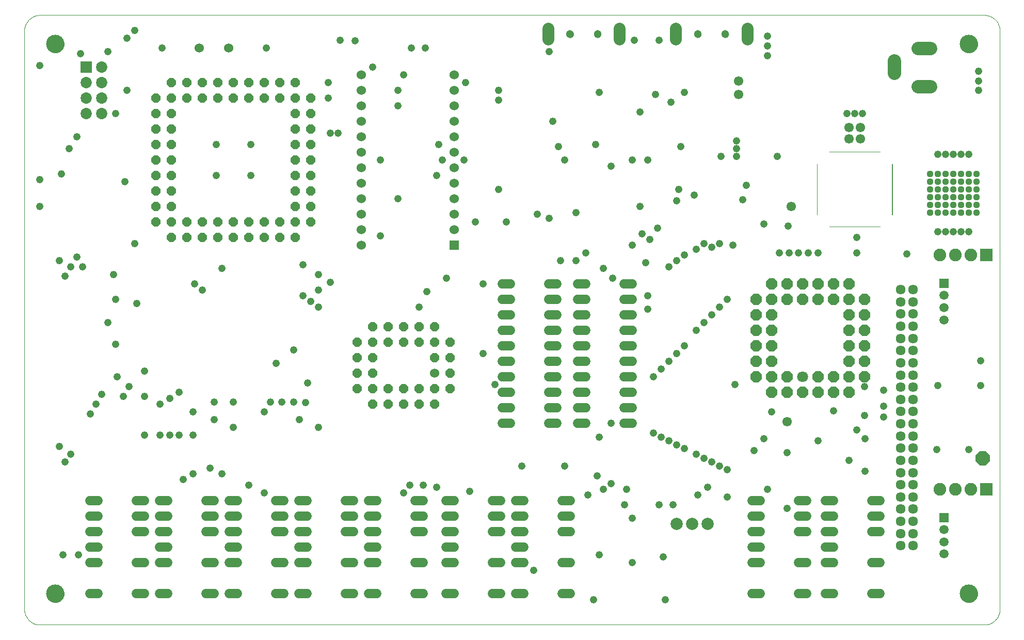
<source format=gbs>
G75*
%MOIN*%
%OFA0B0*%
%FSLAX24Y24*%
%IPPOS*%
%LPD*%
%AMOC8*
5,1,8,0,0,1.08239X$1,22.5*
%
%ADD10C,0.0000*%
%ADD11C,0.1182*%
%ADD12OC8,0.0600*%
%ADD13C,0.0600*%
%ADD14R,0.0600X0.0600*%
%ADD15C,0.0600*%
%ADD16C,0.0880*%
%ADD17R,0.0595X0.0595*%
%ADD18C,0.0595*%
%ADD19C,0.0789*%
%ADD20C,0.0710*%
%ADD21OC8,0.0710*%
%ADD22C,0.0780*%
%ADD23C,0.0513*%
%ADD24C,0.0395*%
%ADD25R,0.0820X0.0820*%
%ADD26C,0.0820*%
%ADD27C,0.0634*%
%ADD28OC8,0.0930*%
%ADD29C,0.0080*%
%ADD30R,0.0730X0.0730*%
%ADD31C,0.0730*%
%ADD32C,0.0476*%
%ADD33C,0.0437*%
%ADD34C,0.0611*%
D10*
X000350Y001350D02*
X000350Y038720D01*
X000352Y038780D01*
X000357Y038841D01*
X000366Y038900D01*
X000379Y038959D01*
X000395Y039018D01*
X000415Y039075D01*
X000438Y039130D01*
X000465Y039185D01*
X000494Y039237D01*
X000527Y039288D01*
X000563Y039337D01*
X000601Y039383D01*
X000643Y039427D01*
X000687Y039469D01*
X000733Y039507D01*
X000782Y039543D01*
X000833Y039576D01*
X000885Y039605D01*
X000940Y039632D01*
X000995Y039655D01*
X001052Y039675D01*
X001111Y039691D01*
X001170Y039704D01*
X001229Y039713D01*
X001290Y039718D01*
X001350Y039720D01*
X062342Y039720D01*
X062402Y039718D01*
X062463Y039713D01*
X062522Y039704D01*
X062581Y039691D01*
X062640Y039675D01*
X062697Y039655D01*
X062752Y039632D01*
X062807Y039605D01*
X062859Y039576D01*
X062910Y039543D01*
X062959Y039507D01*
X063005Y039469D01*
X063049Y039427D01*
X063091Y039383D01*
X063129Y039337D01*
X063165Y039288D01*
X063198Y039237D01*
X063227Y039185D01*
X063254Y039130D01*
X063277Y039075D01*
X063297Y039018D01*
X063313Y038959D01*
X063326Y038900D01*
X063335Y038841D01*
X063340Y038780D01*
X063342Y038720D01*
X063342Y001350D01*
X063340Y001290D01*
X063335Y001229D01*
X063326Y001170D01*
X063313Y001111D01*
X063297Y001052D01*
X063277Y000995D01*
X063254Y000940D01*
X063227Y000885D01*
X063198Y000833D01*
X063165Y000782D01*
X063129Y000733D01*
X063091Y000687D01*
X063049Y000643D01*
X063005Y000601D01*
X062959Y000563D01*
X062910Y000527D01*
X062859Y000494D01*
X062807Y000465D01*
X062752Y000438D01*
X062697Y000415D01*
X062640Y000395D01*
X062581Y000379D01*
X062522Y000366D01*
X062463Y000357D01*
X062402Y000352D01*
X062342Y000350D01*
X001350Y000350D01*
X001290Y000352D01*
X001229Y000357D01*
X001170Y000366D01*
X001111Y000379D01*
X001052Y000395D01*
X000995Y000415D01*
X000940Y000438D01*
X000885Y000465D01*
X000833Y000494D01*
X000782Y000527D01*
X000733Y000563D01*
X000687Y000601D01*
X000643Y000643D01*
X000601Y000687D01*
X000563Y000733D01*
X000527Y000782D01*
X000494Y000833D01*
X000465Y000885D01*
X000438Y000940D01*
X000415Y000995D01*
X000395Y001052D01*
X000379Y001111D01*
X000366Y001170D01*
X000357Y001229D01*
X000352Y001290D01*
X000350Y001350D01*
X001799Y002350D02*
X001801Y002397D01*
X001807Y002443D01*
X001817Y002489D01*
X001830Y002534D01*
X001848Y002577D01*
X001869Y002619D01*
X001893Y002659D01*
X001921Y002696D01*
X001952Y002731D01*
X001986Y002764D01*
X002022Y002793D01*
X002061Y002819D01*
X002102Y002842D01*
X002145Y002861D01*
X002189Y002877D01*
X002234Y002889D01*
X002280Y002897D01*
X002327Y002901D01*
X002373Y002901D01*
X002420Y002897D01*
X002466Y002889D01*
X002511Y002877D01*
X002555Y002861D01*
X002598Y002842D01*
X002639Y002819D01*
X002678Y002793D01*
X002714Y002764D01*
X002748Y002731D01*
X002779Y002696D01*
X002807Y002659D01*
X002831Y002619D01*
X002852Y002577D01*
X002870Y002534D01*
X002883Y002489D01*
X002893Y002443D01*
X002899Y002397D01*
X002901Y002350D01*
X002899Y002303D01*
X002893Y002257D01*
X002883Y002211D01*
X002870Y002166D01*
X002852Y002123D01*
X002831Y002081D01*
X002807Y002041D01*
X002779Y002004D01*
X002748Y001969D01*
X002714Y001936D01*
X002678Y001907D01*
X002639Y001881D01*
X002598Y001858D01*
X002555Y001839D01*
X002511Y001823D01*
X002466Y001811D01*
X002420Y001803D01*
X002373Y001799D01*
X002327Y001799D01*
X002280Y001803D01*
X002234Y001811D01*
X002189Y001823D01*
X002145Y001839D01*
X002102Y001858D01*
X002061Y001881D01*
X002022Y001907D01*
X001986Y001936D01*
X001952Y001969D01*
X001921Y002004D01*
X001893Y002041D01*
X001869Y002081D01*
X001848Y002123D01*
X001830Y002166D01*
X001817Y002211D01*
X001807Y002257D01*
X001801Y002303D01*
X001799Y002350D01*
X001799Y037850D02*
X001801Y037897D01*
X001807Y037943D01*
X001817Y037989D01*
X001830Y038034D01*
X001848Y038077D01*
X001869Y038119D01*
X001893Y038159D01*
X001921Y038196D01*
X001952Y038231D01*
X001986Y038264D01*
X002022Y038293D01*
X002061Y038319D01*
X002102Y038342D01*
X002145Y038361D01*
X002189Y038377D01*
X002234Y038389D01*
X002280Y038397D01*
X002327Y038401D01*
X002373Y038401D01*
X002420Y038397D01*
X002466Y038389D01*
X002511Y038377D01*
X002555Y038361D01*
X002598Y038342D01*
X002639Y038319D01*
X002678Y038293D01*
X002714Y038264D01*
X002748Y038231D01*
X002779Y038196D01*
X002807Y038159D01*
X002831Y038119D01*
X002852Y038077D01*
X002870Y038034D01*
X002883Y037989D01*
X002893Y037943D01*
X002899Y037897D01*
X002901Y037850D01*
X002899Y037803D01*
X002893Y037757D01*
X002883Y037711D01*
X002870Y037666D01*
X002852Y037623D01*
X002831Y037581D01*
X002807Y037541D01*
X002779Y037504D01*
X002748Y037469D01*
X002714Y037436D01*
X002678Y037407D01*
X002639Y037381D01*
X002598Y037358D01*
X002555Y037339D01*
X002511Y037323D01*
X002466Y037311D01*
X002420Y037303D01*
X002373Y037299D01*
X002327Y037299D01*
X002280Y037303D01*
X002234Y037311D01*
X002189Y037323D01*
X002145Y037339D01*
X002102Y037358D01*
X002061Y037381D01*
X002022Y037407D01*
X001986Y037436D01*
X001952Y037469D01*
X001921Y037504D01*
X001893Y037541D01*
X001869Y037581D01*
X001848Y037623D01*
X001830Y037666D01*
X001817Y037711D01*
X001807Y037757D01*
X001801Y037803D01*
X001799Y037850D01*
X034015Y038209D02*
X034017Y038234D01*
X034023Y038258D01*
X034032Y038280D01*
X034045Y038301D01*
X034061Y038320D01*
X034080Y038336D01*
X034101Y038349D01*
X034123Y038358D01*
X034147Y038364D01*
X034172Y038366D01*
X034197Y038364D01*
X034221Y038358D01*
X034243Y038349D01*
X034264Y038336D01*
X034283Y038320D01*
X034299Y038301D01*
X034312Y038280D01*
X034321Y038258D01*
X034327Y038234D01*
X034329Y038209D01*
X034327Y038184D01*
X034321Y038160D01*
X034312Y038138D01*
X034299Y038117D01*
X034283Y038098D01*
X034264Y038082D01*
X034243Y038069D01*
X034221Y038060D01*
X034197Y038054D01*
X034172Y038052D01*
X034147Y038054D01*
X034123Y038060D01*
X034101Y038069D01*
X034080Y038082D01*
X034061Y038098D01*
X034045Y038117D01*
X034032Y038138D01*
X034023Y038160D01*
X034017Y038184D01*
X034015Y038209D01*
X034015Y038367D02*
X034017Y038392D01*
X034023Y038416D01*
X034032Y038438D01*
X034045Y038459D01*
X034061Y038478D01*
X034080Y038494D01*
X034101Y038507D01*
X034123Y038516D01*
X034147Y038522D01*
X034172Y038524D01*
X034197Y038522D01*
X034221Y038516D01*
X034243Y038507D01*
X034264Y038494D01*
X034283Y038478D01*
X034299Y038459D01*
X034312Y038438D01*
X034321Y038416D01*
X034327Y038392D01*
X034329Y038367D01*
X034327Y038342D01*
X034321Y038318D01*
X034312Y038296D01*
X034299Y038275D01*
X034283Y038256D01*
X034264Y038240D01*
X034243Y038227D01*
X034221Y038218D01*
X034197Y038212D01*
X034172Y038210D01*
X034147Y038212D01*
X034123Y038218D01*
X034101Y038227D01*
X034080Y038240D01*
X034061Y038256D01*
X034045Y038275D01*
X034032Y038296D01*
X034023Y038318D01*
X034017Y038342D01*
X034015Y038367D01*
X034015Y038682D02*
X034017Y038707D01*
X034023Y038731D01*
X034032Y038753D01*
X034045Y038774D01*
X034061Y038793D01*
X034080Y038809D01*
X034101Y038822D01*
X034123Y038831D01*
X034147Y038837D01*
X034172Y038839D01*
X034197Y038837D01*
X034221Y038831D01*
X034243Y038822D01*
X034264Y038809D01*
X034283Y038793D01*
X034299Y038774D01*
X034312Y038753D01*
X034321Y038731D01*
X034327Y038707D01*
X034329Y038682D01*
X034327Y038657D01*
X034321Y038633D01*
X034312Y038611D01*
X034299Y038590D01*
X034283Y038571D01*
X034264Y038555D01*
X034243Y038542D01*
X034221Y038533D01*
X034197Y038527D01*
X034172Y038525D01*
X034147Y038527D01*
X034123Y038533D01*
X034101Y038542D01*
X034080Y038555D01*
X034061Y038571D01*
X034045Y038590D01*
X034032Y038611D01*
X034023Y038633D01*
X034017Y038657D01*
X034015Y038682D01*
X034015Y038839D02*
X034017Y038864D01*
X034023Y038888D01*
X034032Y038910D01*
X034045Y038931D01*
X034061Y038950D01*
X034080Y038966D01*
X034101Y038979D01*
X034123Y038988D01*
X034147Y038994D01*
X034172Y038996D01*
X034197Y038994D01*
X034221Y038988D01*
X034243Y038979D01*
X034264Y038966D01*
X034283Y038950D01*
X034299Y038931D01*
X034312Y038910D01*
X034321Y038888D01*
X034327Y038864D01*
X034329Y038839D01*
X034327Y038814D01*
X034321Y038790D01*
X034312Y038768D01*
X034299Y038747D01*
X034283Y038728D01*
X034264Y038712D01*
X034243Y038699D01*
X034221Y038690D01*
X034197Y038684D01*
X034172Y038682D01*
X034147Y038684D01*
X034123Y038690D01*
X034101Y038699D01*
X034080Y038712D01*
X034061Y038728D01*
X034045Y038747D01*
X034032Y038768D01*
X034023Y038790D01*
X034017Y038814D01*
X034015Y038839D01*
X035372Y038497D02*
X035374Y038526D01*
X035380Y038554D01*
X035389Y038582D01*
X035402Y038608D01*
X035419Y038631D01*
X035438Y038653D01*
X035460Y038672D01*
X035485Y038687D01*
X035511Y038700D01*
X035539Y038708D01*
X035567Y038713D01*
X035596Y038714D01*
X035625Y038711D01*
X035653Y038704D01*
X035680Y038694D01*
X035706Y038680D01*
X035729Y038663D01*
X035750Y038643D01*
X035768Y038620D01*
X035783Y038595D01*
X035794Y038568D01*
X035802Y038540D01*
X035806Y038511D01*
X035806Y038483D01*
X035802Y038454D01*
X035794Y038426D01*
X035783Y038399D01*
X035768Y038374D01*
X035750Y038351D01*
X035729Y038331D01*
X035706Y038314D01*
X035680Y038300D01*
X035653Y038290D01*
X035625Y038283D01*
X035596Y038280D01*
X035567Y038281D01*
X035539Y038286D01*
X035511Y038294D01*
X035485Y038307D01*
X035460Y038322D01*
X035438Y038341D01*
X035419Y038363D01*
X035402Y038386D01*
X035389Y038412D01*
X035380Y038440D01*
X035374Y038468D01*
X035372Y038497D01*
X037144Y038497D02*
X037146Y038526D01*
X037152Y038554D01*
X037161Y038582D01*
X037174Y038608D01*
X037191Y038631D01*
X037210Y038653D01*
X037232Y038672D01*
X037257Y038687D01*
X037283Y038700D01*
X037311Y038708D01*
X037339Y038713D01*
X037368Y038714D01*
X037397Y038711D01*
X037425Y038704D01*
X037452Y038694D01*
X037478Y038680D01*
X037501Y038663D01*
X037522Y038643D01*
X037540Y038620D01*
X037555Y038595D01*
X037566Y038568D01*
X037574Y038540D01*
X037578Y038511D01*
X037578Y038483D01*
X037574Y038454D01*
X037566Y038426D01*
X037555Y038399D01*
X037540Y038374D01*
X037522Y038351D01*
X037501Y038331D01*
X037478Y038314D01*
X037452Y038300D01*
X037425Y038290D01*
X037397Y038283D01*
X037368Y038280D01*
X037339Y038281D01*
X037311Y038286D01*
X037283Y038294D01*
X037257Y038307D01*
X037232Y038322D01*
X037210Y038341D01*
X037191Y038363D01*
X037174Y038386D01*
X037161Y038412D01*
X037152Y038440D01*
X037146Y038468D01*
X037144Y038497D01*
X038621Y038367D02*
X038623Y038392D01*
X038629Y038416D01*
X038638Y038438D01*
X038651Y038459D01*
X038667Y038478D01*
X038686Y038494D01*
X038707Y038507D01*
X038729Y038516D01*
X038753Y038522D01*
X038778Y038524D01*
X038803Y038522D01*
X038827Y038516D01*
X038849Y038507D01*
X038870Y038494D01*
X038889Y038478D01*
X038905Y038459D01*
X038918Y038438D01*
X038927Y038416D01*
X038933Y038392D01*
X038935Y038367D01*
X038933Y038342D01*
X038927Y038318D01*
X038918Y038296D01*
X038905Y038275D01*
X038889Y038256D01*
X038870Y038240D01*
X038849Y038227D01*
X038827Y038218D01*
X038803Y038212D01*
X038778Y038210D01*
X038753Y038212D01*
X038729Y038218D01*
X038707Y038227D01*
X038686Y038240D01*
X038667Y038256D01*
X038651Y038275D01*
X038638Y038296D01*
X038629Y038318D01*
X038623Y038342D01*
X038621Y038367D01*
X038621Y038209D02*
X038623Y038234D01*
X038629Y038258D01*
X038638Y038280D01*
X038651Y038301D01*
X038667Y038320D01*
X038686Y038336D01*
X038707Y038349D01*
X038729Y038358D01*
X038753Y038364D01*
X038778Y038366D01*
X038803Y038364D01*
X038827Y038358D01*
X038849Y038349D01*
X038870Y038336D01*
X038889Y038320D01*
X038905Y038301D01*
X038918Y038280D01*
X038927Y038258D01*
X038933Y038234D01*
X038935Y038209D01*
X038933Y038184D01*
X038927Y038160D01*
X038918Y038138D01*
X038905Y038117D01*
X038889Y038098D01*
X038870Y038082D01*
X038849Y038069D01*
X038827Y038060D01*
X038803Y038054D01*
X038778Y038052D01*
X038753Y038054D01*
X038729Y038060D01*
X038707Y038069D01*
X038686Y038082D01*
X038667Y038098D01*
X038651Y038117D01*
X038638Y038138D01*
X038629Y038160D01*
X038623Y038184D01*
X038621Y038209D01*
X038621Y038682D02*
X038623Y038707D01*
X038629Y038731D01*
X038638Y038753D01*
X038651Y038774D01*
X038667Y038793D01*
X038686Y038809D01*
X038707Y038822D01*
X038729Y038831D01*
X038753Y038837D01*
X038778Y038839D01*
X038803Y038837D01*
X038827Y038831D01*
X038849Y038822D01*
X038870Y038809D01*
X038889Y038793D01*
X038905Y038774D01*
X038918Y038753D01*
X038927Y038731D01*
X038933Y038707D01*
X038935Y038682D01*
X038933Y038657D01*
X038927Y038633D01*
X038918Y038611D01*
X038905Y038590D01*
X038889Y038571D01*
X038870Y038555D01*
X038849Y038542D01*
X038827Y038533D01*
X038803Y038527D01*
X038778Y038525D01*
X038753Y038527D01*
X038729Y038533D01*
X038707Y038542D01*
X038686Y038555D01*
X038667Y038571D01*
X038651Y038590D01*
X038638Y038611D01*
X038629Y038633D01*
X038623Y038657D01*
X038621Y038682D01*
X038621Y038839D02*
X038623Y038864D01*
X038629Y038888D01*
X038638Y038910D01*
X038651Y038931D01*
X038667Y038950D01*
X038686Y038966D01*
X038707Y038979D01*
X038729Y038988D01*
X038753Y038994D01*
X038778Y038996D01*
X038803Y038994D01*
X038827Y038988D01*
X038849Y038979D01*
X038870Y038966D01*
X038889Y038950D01*
X038905Y038931D01*
X038918Y038910D01*
X038927Y038888D01*
X038933Y038864D01*
X038935Y038839D01*
X038933Y038814D01*
X038927Y038790D01*
X038918Y038768D01*
X038905Y038747D01*
X038889Y038728D01*
X038870Y038712D01*
X038849Y038699D01*
X038827Y038690D01*
X038803Y038684D01*
X038778Y038682D01*
X038753Y038684D01*
X038729Y038690D01*
X038707Y038699D01*
X038686Y038712D01*
X038667Y038728D01*
X038651Y038747D01*
X038638Y038768D01*
X038629Y038790D01*
X038623Y038814D01*
X038621Y038839D01*
X042265Y038839D02*
X042267Y038864D01*
X042273Y038888D01*
X042282Y038910D01*
X042295Y038931D01*
X042311Y038950D01*
X042330Y038966D01*
X042351Y038979D01*
X042373Y038988D01*
X042397Y038994D01*
X042422Y038996D01*
X042447Y038994D01*
X042471Y038988D01*
X042493Y038979D01*
X042514Y038966D01*
X042533Y038950D01*
X042549Y038931D01*
X042562Y038910D01*
X042571Y038888D01*
X042577Y038864D01*
X042579Y038839D01*
X042577Y038814D01*
X042571Y038790D01*
X042562Y038768D01*
X042549Y038747D01*
X042533Y038728D01*
X042514Y038712D01*
X042493Y038699D01*
X042471Y038690D01*
X042447Y038684D01*
X042422Y038682D01*
X042397Y038684D01*
X042373Y038690D01*
X042351Y038699D01*
X042330Y038712D01*
X042311Y038728D01*
X042295Y038747D01*
X042282Y038768D01*
X042273Y038790D01*
X042267Y038814D01*
X042265Y038839D01*
X042265Y038682D02*
X042267Y038707D01*
X042273Y038731D01*
X042282Y038753D01*
X042295Y038774D01*
X042311Y038793D01*
X042330Y038809D01*
X042351Y038822D01*
X042373Y038831D01*
X042397Y038837D01*
X042422Y038839D01*
X042447Y038837D01*
X042471Y038831D01*
X042493Y038822D01*
X042514Y038809D01*
X042533Y038793D01*
X042549Y038774D01*
X042562Y038753D01*
X042571Y038731D01*
X042577Y038707D01*
X042579Y038682D01*
X042577Y038657D01*
X042571Y038633D01*
X042562Y038611D01*
X042549Y038590D01*
X042533Y038571D01*
X042514Y038555D01*
X042493Y038542D01*
X042471Y038533D01*
X042447Y038527D01*
X042422Y038525D01*
X042397Y038527D01*
X042373Y038533D01*
X042351Y038542D01*
X042330Y038555D01*
X042311Y038571D01*
X042295Y038590D01*
X042282Y038611D01*
X042273Y038633D01*
X042267Y038657D01*
X042265Y038682D01*
X042265Y038367D02*
X042267Y038392D01*
X042273Y038416D01*
X042282Y038438D01*
X042295Y038459D01*
X042311Y038478D01*
X042330Y038494D01*
X042351Y038507D01*
X042373Y038516D01*
X042397Y038522D01*
X042422Y038524D01*
X042447Y038522D01*
X042471Y038516D01*
X042493Y038507D01*
X042514Y038494D01*
X042533Y038478D01*
X042549Y038459D01*
X042562Y038438D01*
X042571Y038416D01*
X042577Y038392D01*
X042579Y038367D01*
X042577Y038342D01*
X042571Y038318D01*
X042562Y038296D01*
X042549Y038275D01*
X042533Y038256D01*
X042514Y038240D01*
X042493Y038227D01*
X042471Y038218D01*
X042447Y038212D01*
X042422Y038210D01*
X042397Y038212D01*
X042373Y038218D01*
X042351Y038227D01*
X042330Y038240D01*
X042311Y038256D01*
X042295Y038275D01*
X042282Y038296D01*
X042273Y038318D01*
X042267Y038342D01*
X042265Y038367D01*
X042265Y038209D02*
X042267Y038234D01*
X042273Y038258D01*
X042282Y038280D01*
X042295Y038301D01*
X042311Y038320D01*
X042330Y038336D01*
X042351Y038349D01*
X042373Y038358D01*
X042397Y038364D01*
X042422Y038366D01*
X042447Y038364D01*
X042471Y038358D01*
X042493Y038349D01*
X042514Y038336D01*
X042533Y038320D01*
X042549Y038301D01*
X042562Y038280D01*
X042571Y038258D01*
X042577Y038234D01*
X042579Y038209D01*
X042577Y038184D01*
X042571Y038160D01*
X042562Y038138D01*
X042549Y038117D01*
X042533Y038098D01*
X042514Y038082D01*
X042493Y038069D01*
X042471Y038060D01*
X042447Y038054D01*
X042422Y038052D01*
X042397Y038054D01*
X042373Y038060D01*
X042351Y038069D01*
X042330Y038082D01*
X042311Y038098D01*
X042295Y038117D01*
X042282Y038138D01*
X042273Y038160D01*
X042267Y038184D01*
X042265Y038209D01*
X043622Y038497D02*
X043624Y038526D01*
X043630Y038554D01*
X043639Y038582D01*
X043652Y038608D01*
X043669Y038631D01*
X043688Y038653D01*
X043710Y038672D01*
X043735Y038687D01*
X043761Y038700D01*
X043789Y038708D01*
X043817Y038713D01*
X043846Y038714D01*
X043875Y038711D01*
X043903Y038704D01*
X043930Y038694D01*
X043956Y038680D01*
X043979Y038663D01*
X044000Y038643D01*
X044018Y038620D01*
X044033Y038595D01*
X044044Y038568D01*
X044052Y038540D01*
X044056Y038511D01*
X044056Y038483D01*
X044052Y038454D01*
X044044Y038426D01*
X044033Y038399D01*
X044018Y038374D01*
X044000Y038351D01*
X043979Y038331D01*
X043956Y038314D01*
X043930Y038300D01*
X043903Y038290D01*
X043875Y038283D01*
X043846Y038280D01*
X043817Y038281D01*
X043789Y038286D01*
X043761Y038294D01*
X043735Y038307D01*
X043710Y038322D01*
X043688Y038341D01*
X043669Y038363D01*
X043652Y038386D01*
X043639Y038412D01*
X043630Y038440D01*
X043624Y038468D01*
X043622Y038497D01*
X045394Y038497D02*
X045396Y038526D01*
X045402Y038554D01*
X045411Y038582D01*
X045424Y038608D01*
X045441Y038631D01*
X045460Y038653D01*
X045482Y038672D01*
X045507Y038687D01*
X045533Y038700D01*
X045561Y038708D01*
X045589Y038713D01*
X045618Y038714D01*
X045647Y038711D01*
X045675Y038704D01*
X045702Y038694D01*
X045728Y038680D01*
X045751Y038663D01*
X045772Y038643D01*
X045790Y038620D01*
X045805Y038595D01*
X045816Y038568D01*
X045824Y038540D01*
X045828Y038511D01*
X045828Y038483D01*
X045824Y038454D01*
X045816Y038426D01*
X045805Y038399D01*
X045790Y038374D01*
X045772Y038351D01*
X045751Y038331D01*
X045728Y038314D01*
X045702Y038300D01*
X045675Y038290D01*
X045647Y038283D01*
X045618Y038280D01*
X045589Y038281D01*
X045561Y038286D01*
X045533Y038294D01*
X045507Y038307D01*
X045482Y038322D01*
X045460Y038341D01*
X045441Y038363D01*
X045424Y038386D01*
X045411Y038412D01*
X045402Y038440D01*
X045396Y038468D01*
X045394Y038497D01*
X046871Y038367D02*
X046873Y038392D01*
X046879Y038416D01*
X046888Y038438D01*
X046901Y038459D01*
X046917Y038478D01*
X046936Y038494D01*
X046957Y038507D01*
X046979Y038516D01*
X047003Y038522D01*
X047028Y038524D01*
X047053Y038522D01*
X047077Y038516D01*
X047099Y038507D01*
X047120Y038494D01*
X047139Y038478D01*
X047155Y038459D01*
X047168Y038438D01*
X047177Y038416D01*
X047183Y038392D01*
X047185Y038367D01*
X047183Y038342D01*
X047177Y038318D01*
X047168Y038296D01*
X047155Y038275D01*
X047139Y038256D01*
X047120Y038240D01*
X047099Y038227D01*
X047077Y038218D01*
X047053Y038212D01*
X047028Y038210D01*
X047003Y038212D01*
X046979Y038218D01*
X046957Y038227D01*
X046936Y038240D01*
X046917Y038256D01*
X046901Y038275D01*
X046888Y038296D01*
X046879Y038318D01*
X046873Y038342D01*
X046871Y038367D01*
X046871Y038209D02*
X046873Y038234D01*
X046879Y038258D01*
X046888Y038280D01*
X046901Y038301D01*
X046917Y038320D01*
X046936Y038336D01*
X046957Y038349D01*
X046979Y038358D01*
X047003Y038364D01*
X047028Y038366D01*
X047053Y038364D01*
X047077Y038358D01*
X047099Y038349D01*
X047120Y038336D01*
X047139Y038320D01*
X047155Y038301D01*
X047168Y038280D01*
X047177Y038258D01*
X047183Y038234D01*
X047185Y038209D01*
X047183Y038184D01*
X047177Y038160D01*
X047168Y038138D01*
X047155Y038117D01*
X047139Y038098D01*
X047120Y038082D01*
X047099Y038069D01*
X047077Y038060D01*
X047053Y038054D01*
X047028Y038052D01*
X047003Y038054D01*
X046979Y038060D01*
X046957Y038069D01*
X046936Y038082D01*
X046917Y038098D01*
X046901Y038117D01*
X046888Y038138D01*
X046879Y038160D01*
X046873Y038184D01*
X046871Y038209D01*
X046871Y038682D02*
X046873Y038707D01*
X046879Y038731D01*
X046888Y038753D01*
X046901Y038774D01*
X046917Y038793D01*
X046936Y038809D01*
X046957Y038822D01*
X046979Y038831D01*
X047003Y038837D01*
X047028Y038839D01*
X047053Y038837D01*
X047077Y038831D01*
X047099Y038822D01*
X047120Y038809D01*
X047139Y038793D01*
X047155Y038774D01*
X047168Y038753D01*
X047177Y038731D01*
X047183Y038707D01*
X047185Y038682D01*
X047183Y038657D01*
X047177Y038633D01*
X047168Y038611D01*
X047155Y038590D01*
X047139Y038571D01*
X047120Y038555D01*
X047099Y038542D01*
X047077Y038533D01*
X047053Y038527D01*
X047028Y038525D01*
X047003Y038527D01*
X046979Y038533D01*
X046957Y038542D01*
X046936Y038555D01*
X046917Y038571D01*
X046901Y038590D01*
X046888Y038611D01*
X046879Y038633D01*
X046873Y038657D01*
X046871Y038682D01*
X046871Y038839D02*
X046873Y038864D01*
X046879Y038888D01*
X046888Y038910D01*
X046901Y038931D01*
X046917Y038950D01*
X046936Y038966D01*
X046957Y038979D01*
X046979Y038988D01*
X047003Y038994D01*
X047028Y038996D01*
X047053Y038994D01*
X047077Y038988D01*
X047099Y038979D01*
X047120Y038966D01*
X047139Y038950D01*
X047155Y038931D01*
X047168Y038910D01*
X047177Y038888D01*
X047183Y038864D01*
X047185Y038839D01*
X047183Y038814D01*
X047177Y038790D01*
X047168Y038768D01*
X047155Y038747D01*
X047139Y038728D01*
X047120Y038712D01*
X047099Y038699D01*
X047077Y038690D01*
X047053Y038684D01*
X047028Y038682D01*
X047003Y038684D01*
X046979Y038690D01*
X046957Y038699D01*
X046936Y038712D01*
X046917Y038728D01*
X046901Y038747D01*
X046888Y038768D01*
X046879Y038790D01*
X046873Y038814D01*
X046871Y038839D01*
X052341Y030896D02*
X055609Y030896D01*
X051554Y030109D02*
X051554Y026841D01*
X052341Y026054D02*
X055609Y026054D01*
X060799Y037850D02*
X060801Y037897D01*
X060807Y037943D01*
X060817Y037989D01*
X060830Y038034D01*
X060848Y038077D01*
X060869Y038119D01*
X060893Y038159D01*
X060921Y038196D01*
X060952Y038231D01*
X060986Y038264D01*
X061022Y038293D01*
X061061Y038319D01*
X061102Y038342D01*
X061145Y038361D01*
X061189Y038377D01*
X061234Y038389D01*
X061280Y038397D01*
X061327Y038401D01*
X061373Y038401D01*
X061420Y038397D01*
X061466Y038389D01*
X061511Y038377D01*
X061555Y038361D01*
X061598Y038342D01*
X061639Y038319D01*
X061678Y038293D01*
X061714Y038264D01*
X061748Y038231D01*
X061779Y038196D01*
X061807Y038159D01*
X061831Y038119D01*
X061852Y038077D01*
X061870Y038034D01*
X061883Y037989D01*
X061893Y037943D01*
X061899Y037897D01*
X061901Y037850D01*
X061899Y037803D01*
X061893Y037757D01*
X061883Y037711D01*
X061870Y037666D01*
X061852Y037623D01*
X061831Y037581D01*
X061807Y037541D01*
X061779Y037504D01*
X061748Y037469D01*
X061714Y037436D01*
X061678Y037407D01*
X061639Y037381D01*
X061598Y037358D01*
X061555Y037339D01*
X061511Y037323D01*
X061466Y037311D01*
X061420Y037303D01*
X061373Y037299D01*
X061327Y037299D01*
X061280Y037303D01*
X061234Y037311D01*
X061189Y037323D01*
X061145Y037339D01*
X061102Y037358D01*
X061061Y037381D01*
X061022Y037407D01*
X060986Y037436D01*
X060952Y037469D01*
X060921Y037504D01*
X060893Y037541D01*
X060869Y037581D01*
X060848Y037623D01*
X060830Y037666D01*
X060817Y037711D01*
X060807Y037757D01*
X060801Y037803D01*
X060799Y037850D01*
X060799Y002350D02*
X060801Y002397D01*
X060807Y002443D01*
X060817Y002489D01*
X060830Y002534D01*
X060848Y002577D01*
X060869Y002619D01*
X060893Y002659D01*
X060921Y002696D01*
X060952Y002731D01*
X060986Y002764D01*
X061022Y002793D01*
X061061Y002819D01*
X061102Y002842D01*
X061145Y002861D01*
X061189Y002877D01*
X061234Y002889D01*
X061280Y002897D01*
X061327Y002901D01*
X061373Y002901D01*
X061420Y002897D01*
X061466Y002889D01*
X061511Y002877D01*
X061555Y002861D01*
X061598Y002842D01*
X061639Y002819D01*
X061678Y002793D01*
X061714Y002764D01*
X061748Y002731D01*
X061779Y002696D01*
X061807Y002659D01*
X061831Y002619D01*
X061852Y002577D01*
X061870Y002534D01*
X061883Y002489D01*
X061893Y002443D01*
X061899Y002397D01*
X061901Y002350D01*
X061899Y002303D01*
X061893Y002257D01*
X061883Y002211D01*
X061870Y002166D01*
X061852Y002123D01*
X061831Y002081D01*
X061807Y002041D01*
X061779Y002004D01*
X061748Y001969D01*
X061714Y001936D01*
X061678Y001907D01*
X061639Y001881D01*
X061598Y001858D01*
X061555Y001839D01*
X061511Y001823D01*
X061466Y001811D01*
X061420Y001803D01*
X061373Y001799D01*
X061327Y001799D01*
X061280Y001803D01*
X061234Y001811D01*
X061189Y001823D01*
X061145Y001839D01*
X061102Y001858D01*
X061061Y001881D01*
X061022Y001907D01*
X060986Y001936D01*
X060952Y001969D01*
X060921Y002004D01*
X060893Y002041D01*
X060869Y002081D01*
X060848Y002123D01*
X060830Y002166D01*
X060817Y002211D01*
X060807Y002257D01*
X060801Y002303D01*
X060799Y002350D01*
D11*
X061350Y002350D03*
X061350Y037850D03*
X002350Y037850D03*
X002350Y002350D03*
D12*
X021850Y015600D03*
X022850Y015600D03*
X022850Y014600D03*
X023850Y014600D03*
X023850Y015600D03*
X024850Y015600D03*
X025850Y015600D03*
X025850Y014600D03*
X024850Y014600D03*
X026850Y014600D03*
X026850Y015600D03*
X027850Y015600D03*
X027850Y016600D03*
X027850Y017600D03*
X026850Y017600D03*
X026850Y018600D03*
X027850Y018600D03*
X026850Y019600D03*
X025850Y019600D03*
X024850Y019600D03*
X024850Y018600D03*
X025850Y018600D03*
X023850Y018600D03*
X023850Y019600D03*
X022850Y019600D03*
X022850Y018600D03*
X021850Y018600D03*
X021850Y017600D03*
X022850Y017600D03*
X022850Y016600D03*
X021850Y016600D03*
X017850Y025350D03*
X017850Y026350D03*
X018850Y026350D03*
X018850Y027350D03*
X017850Y027350D03*
X016850Y026350D03*
X016850Y025350D03*
X015850Y025350D03*
X014850Y025350D03*
X014850Y026350D03*
X015850Y026350D03*
X013850Y026350D03*
X012850Y026350D03*
X012850Y025350D03*
X013850Y025350D03*
X011850Y025350D03*
X010850Y025350D03*
X010850Y026350D03*
X011850Y026350D03*
X009850Y026350D03*
X009850Y025350D03*
X008850Y026350D03*
X008850Y027350D03*
X009850Y027350D03*
X009850Y028350D03*
X009850Y029350D03*
X009850Y030350D03*
X009850Y031350D03*
X009850Y032350D03*
X008850Y032350D03*
X008850Y031350D03*
X008850Y030350D03*
X008850Y029350D03*
X008850Y028350D03*
X008850Y033350D03*
X008850Y034350D03*
X009850Y034350D03*
X009850Y033350D03*
X010850Y034350D03*
X011850Y034350D03*
X011850Y035350D03*
X010850Y035350D03*
X009850Y035350D03*
X012850Y035350D03*
X013850Y035350D03*
X013850Y034350D03*
X012850Y034350D03*
X014850Y034350D03*
X015850Y034350D03*
X015850Y035350D03*
X014850Y035350D03*
X016850Y035350D03*
X016850Y034350D03*
X017850Y034350D03*
X018850Y034350D03*
X018850Y033350D03*
X017850Y033350D03*
X017850Y032350D03*
X018850Y032350D03*
X018850Y031350D03*
X017850Y031350D03*
X017850Y030350D03*
X018850Y030350D03*
X018850Y029350D03*
X017850Y029350D03*
X017850Y028350D03*
X018850Y028350D03*
X017850Y035350D03*
D13*
X031215Y022350D02*
X031735Y022350D01*
X031735Y021350D02*
X031215Y021350D01*
X031215Y020350D02*
X031735Y020350D01*
X031735Y019350D02*
X031215Y019350D01*
X031215Y018350D02*
X031735Y018350D01*
X031735Y017350D02*
X031215Y017350D01*
X031215Y016350D02*
X031735Y016350D01*
X031735Y015350D02*
X031215Y015350D01*
X031215Y014350D02*
X031735Y014350D01*
X031735Y013350D02*
X031215Y013350D01*
X034215Y013350D02*
X034735Y013350D01*
X034735Y014350D02*
X034215Y014350D01*
X034215Y015350D02*
X034735Y015350D01*
X034735Y016350D02*
X034215Y016350D01*
X034215Y017350D02*
X034735Y017350D01*
X034735Y018350D02*
X034215Y018350D01*
X034215Y019350D02*
X034735Y019350D01*
X034735Y020350D02*
X034215Y020350D01*
X034215Y021350D02*
X034735Y021350D01*
X036090Y021350D02*
X036610Y021350D01*
X036610Y020350D02*
X036090Y020350D01*
X036090Y019350D02*
X036610Y019350D01*
X036610Y018350D02*
X036090Y018350D01*
X036090Y017350D02*
X036610Y017350D01*
X036610Y016350D02*
X036090Y016350D01*
X036090Y015350D02*
X036610Y015350D01*
X036610Y014350D02*
X036090Y014350D01*
X036090Y013350D02*
X036610Y013350D01*
X039090Y013350D02*
X039610Y013350D01*
X039610Y014350D02*
X039090Y014350D01*
X039090Y015350D02*
X039610Y015350D01*
X039610Y016350D02*
X039090Y016350D01*
X039090Y017350D02*
X039610Y017350D01*
X039610Y018350D02*
X039090Y018350D01*
X039090Y019350D02*
X039610Y019350D01*
X039610Y020350D02*
X039090Y020350D01*
X039090Y021350D02*
X039610Y021350D01*
X039610Y022350D02*
X039090Y022350D01*
X036610Y022350D02*
X036090Y022350D01*
X034735Y022350D02*
X034215Y022350D01*
X035090Y008350D02*
X035610Y008350D01*
X035610Y007350D02*
X035090Y007350D01*
X035090Y006350D02*
X035610Y006350D01*
X035610Y004350D02*
X035090Y004350D01*
X035090Y002350D02*
X035610Y002350D01*
X032610Y002350D02*
X032090Y002350D01*
X031110Y002350D02*
X030590Y002350D01*
X030590Y004350D02*
X031110Y004350D01*
X032090Y004350D02*
X032610Y004350D01*
X032610Y005350D02*
X032090Y005350D01*
X032090Y006350D02*
X032610Y006350D01*
X032610Y007350D02*
X032090Y007350D01*
X031110Y007350D02*
X030590Y007350D01*
X030590Y008350D02*
X031110Y008350D01*
X032090Y008350D02*
X032610Y008350D01*
X031110Y006350D02*
X030590Y006350D01*
X028110Y006350D02*
X027590Y006350D01*
X027590Y005350D02*
X028110Y005350D01*
X028110Y004350D02*
X027590Y004350D01*
X026110Y004350D02*
X025590Y004350D01*
X025590Y002350D02*
X026110Y002350D01*
X027590Y002350D02*
X028110Y002350D01*
X026110Y006350D02*
X025590Y006350D01*
X025590Y007350D02*
X026110Y007350D01*
X026110Y008350D02*
X025590Y008350D01*
X027590Y008350D02*
X028110Y008350D01*
X028110Y007350D02*
X027590Y007350D01*
X023110Y007350D02*
X022590Y007350D01*
X021610Y007350D02*
X021090Y007350D01*
X021090Y008350D02*
X021610Y008350D01*
X022590Y008350D02*
X023110Y008350D01*
X023110Y006350D02*
X022590Y006350D01*
X021610Y006350D02*
X021090Y006350D01*
X022590Y005350D02*
X023110Y005350D01*
X023110Y004350D02*
X022590Y004350D01*
X021610Y004350D02*
X021090Y004350D01*
X021090Y002350D02*
X021610Y002350D01*
X022590Y002350D02*
X023110Y002350D01*
X018610Y002350D02*
X018090Y002350D01*
X017110Y002350D02*
X016590Y002350D01*
X016590Y004350D02*
X017110Y004350D01*
X018090Y004350D02*
X018610Y004350D01*
X018610Y005350D02*
X018090Y005350D01*
X018090Y006350D02*
X018610Y006350D01*
X018610Y007350D02*
X018090Y007350D01*
X017110Y007350D02*
X016590Y007350D01*
X016590Y008350D02*
X017110Y008350D01*
X018090Y008350D02*
X018610Y008350D01*
X017110Y006350D02*
X016590Y006350D01*
X014110Y006350D02*
X013590Y006350D01*
X012610Y006350D02*
X012090Y006350D01*
X012090Y007350D02*
X012610Y007350D01*
X013590Y007350D02*
X014110Y007350D01*
X014110Y008350D02*
X013590Y008350D01*
X012610Y008350D02*
X012090Y008350D01*
X009610Y008350D02*
X009090Y008350D01*
X008110Y008350D02*
X007590Y008350D01*
X007590Y007350D02*
X008110Y007350D01*
X009090Y007350D02*
X009610Y007350D01*
X009610Y006350D02*
X009090Y006350D01*
X008110Y006350D02*
X007590Y006350D01*
X009090Y005350D02*
X009610Y005350D01*
X009610Y004350D02*
X009090Y004350D01*
X008110Y004350D02*
X007590Y004350D01*
X005110Y004350D02*
X004590Y004350D01*
X004590Y005350D02*
X005110Y005350D01*
X005110Y006350D02*
X004590Y006350D01*
X004590Y007350D02*
X005110Y007350D01*
X005110Y008350D02*
X004590Y008350D01*
X012090Y004350D02*
X012610Y004350D01*
X013590Y004350D02*
X014110Y004350D01*
X014110Y005350D02*
X013590Y005350D01*
X013590Y002350D02*
X014110Y002350D01*
X012610Y002350D02*
X012090Y002350D01*
X009610Y002350D02*
X009090Y002350D01*
X008110Y002350D02*
X007590Y002350D01*
X005110Y002350D02*
X004590Y002350D01*
X047340Y002350D02*
X047860Y002350D01*
X047860Y004350D02*
X047340Y004350D01*
X047340Y005350D02*
X047860Y005350D01*
X047860Y006350D02*
X047340Y006350D01*
X047340Y007350D02*
X047860Y007350D01*
X047860Y008350D02*
X047340Y008350D01*
X050340Y008350D02*
X050860Y008350D01*
X050860Y007350D02*
X050340Y007350D01*
X052090Y007350D02*
X052610Y007350D01*
X052610Y008350D02*
X052090Y008350D01*
X052090Y006350D02*
X052610Y006350D01*
X052610Y005350D02*
X052090Y005350D01*
X052090Y004350D02*
X052610Y004350D01*
X050860Y004350D02*
X050340Y004350D01*
X050340Y002350D02*
X050860Y002350D01*
X052090Y002350D02*
X052610Y002350D01*
X055090Y002350D02*
X055610Y002350D01*
X055610Y004350D02*
X055090Y004350D01*
X055090Y006350D02*
X055610Y006350D01*
X055610Y007350D02*
X055090Y007350D01*
X055090Y008350D02*
X055610Y008350D01*
X050860Y006350D02*
X050340Y006350D01*
D14*
X028100Y024850D03*
D15*
X028100Y025850D03*
X028100Y026850D03*
X028100Y027850D03*
X028100Y028850D03*
X028100Y029850D03*
X028100Y030850D03*
X028100Y031850D03*
X028100Y032850D03*
X028100Y033850D03*
X028100Y034850D03*
X028100Y035850D03*
X022100Y035850D03*
X022100Y034850D03*
X022100Y033850D03*
X022100Y032850D03*
X022100Y031850D03*
X022100Y030850D03*
X022100Y029850D03*
X022100Y028850D03*
X022100Y027850D03*
X022100Y026850D03*
X022100Y025850D03*
X022100Y024850D03*
X026850Y016600D03*
X013550Y037600D03*
X011650Y037600D03*
D16*
X056525Y036750D02*
X056525Y035950D01*
X058075Y035100D02*
X058875Y035100D01*
X058875Y037550D02*
X058075Y037550D01*
D17*
X059725Y022406D03*
X059725Y007281D03*
D18*
X059725Y006494D03*
X059725Y005706D03*
X059725Y004919D03*
X059725Y020044D03*
X059725Y020831D03*
X059725Y021619D03*
D19*
X044459Y006850D03*
X043475Y006850D03*
X042491Y006850D03*
D20*
X050600Y016350D03*
D21*
X050600Y015350D03*
X049600Y015350D03*
X048600Y015350D03*
X048600Y016350D03*
X049600Y016350D03*
X048600Y017350D03*
X048600Y018350D03*
X048600Y019350D03*
X048600Y020350D03*
X048600Y021350D03*
X049600Y021350D03*
X050600Y021350D03*
X051600Y021350D03*
X052600Y021350D03*
X053600Y021350D03*
X054600Y021350D03*
X054600Y020350D03*
X053600Y020350D03*
X053600Y019350D03*
X054600Y019350D03*
X054600Y018350D03*
X053600Y018350D03*
X053600Y017350D03*
X054600Y017350D03*
X054600Y016350D03*
X053600Y016350D03*
X053600Y015350D03*
X052600Y015350D03*
X051600Y015350D03*
X051600Y016350D03*
X052600Y016350D03*
X047600Y016350D03*
X047600Y017350D03*
X047600Y018350D03*
X047600Y019350D03*
X047600Y020350D03*
X047600Y021350D03*
X048600Y022350D03*
X049600Y022350D03*
X050600Y022350D03*
X051600Y022350D03*
X052600Y022350D03*
X053600Y022350D03*
D22*
X047028Y038174D02*
X047028Y038874D01*
X042422Y038874D02*
X042422Y038174D01*
X038778Y038174D02*
X038778Y038874D01*
X034172Y038874D02*
X034172Y038174D01*
D23*
X035589Y038497D03*
X037361Y038497D03*
X043839Y038497D03*
X045611Y038497D03*
D24*
X047028Y038367D03*
X047028Y038209D03*
X047028Y038682D03*
X047028Y038839D03*
X042422Y038839D03*
X042422Y038682D03*
X042422Y038367D03*
X042422Y038209D03*
X038778Y038209D03*
X038778Y038367D03*
X038778Y038682D03*
X038778Y038839D03*
X034172Y038839D03*
X034172Y038682D03*
X034172Y038367D03*
X034172Y038209D03*
D25*
X062475Y024225D03*
X062475Y009100D03*
D26*
X061475Y009100D03*
X060475Y009100D03*
X059475Y009100D03*
X059475Y024225D03*
X060475Y024225D03*
X061475Y024225D03*
D27*
X057744Y021993D03*
X056956Y021993D03*
X056956Y021205D03*
X057744Y021205D03*
X057744Y020418D03*
X057744Y019631D03*
X056956Y019631D03*
X056956Y020418D03*
X056956Y018843D03*
X057744Y018843D03*
X057744Y018056D03*
X056956Y018056D03*
X056956Y017268D03*
X056956Y016481D03*
X057744Y016481D03*
X057744Y017268D03*
X057744Y015694D03*
X056956Y015694D03*
X056956Y014906D03*
X057744Y014906D03*
X057744Y014119D03*
X057744Y013331D03*
X056956Y013331D03*
X056956Y014119D03*
X056956Y012544D03*
X057744Y012544D03*
X057744Y011756D03*
X057744Y010969D03*
X056956Y010969D03*
X056956Y011756D03*
X056956Y010182D03*
X057744Y010182D03*
X057744Y009394D03*
X056956Y009394D03*
X056956Y008607D03*
X056956Y007819D03*
X057744Y007819D03*
X057744Y008607D03*
X057744Y007032D03*
X056956Y007032D03*
X056956Y006245D03*
X057744Y006245D03*
X057744Y005457D03*
X056956Y005457D03*
D28*
X062225Y011100D03*
D29*
X056396Y026841D02*
X056396Y030109D01*
D30*
X004350Y036350D03*
D31*
X004350Y035350D03*
X004350Y034350D03*
X004350Y033350D03*
X005350Y033350D03*
X005350Y034350D03*
X005350Y035350D03*
X005350Y036350D03*
D32*
X005725Y037350D03*
X006975Y038225D03*
X007475Y038725D03*
X009225Y037600D03*
X006975Y034850D03*
X006225Y033350D03*
X003725Y031850D03*
X003225Y031100D03*
X002725Y029475D03*
X001350Y029100D03*
X001350Y027350D03*
X002600Y023850D03*
X003350Y023475D03*
X002975Y022850D03*
X004100Y023475D03*
X003725Y024100D03*
X006100Y022975D03*
X006225Y021350D03*
X007600Y021100D03*
X005725Y019850D03*
X006225Y018475D03*
X008100Y016725D03*
X007100Y015725D03*
X006725Y015100D03*
X006350Y016350D03*
X005350Y015225D03*
X004975Y014600D03*
X004600Y013975D03*
X002600Y011850D03*
X003350Y011350D03*
X002975Y010850D03*
X008100Y012600D03*
X009100Y012600D03*
X009725Y012600D03*
X010350Y012600D03*
X011225Y012600D03*
X012600Y013600D03*
X013850Y013100D03*
X015850Y014100D03*
X016225Y014725D03*
X016975Y014725D03*
X017725Y014725D03*
X018496Y014704D03*
X018100Y013600D03*
X019350Y013100D03*
X018643Y015975D03*
X016600Y017225D03*
X017725Y018100D03*
X019350Y020850D03*
X018850Y021225D03*
X018350Y021600D03*
X019350Y021975D03*
X020100Y022475D03*
X019350Y022975D03*
X018350Y023600D03*
X013100Y023350D03*
X011850Y021975D03*
X011350Y022350D03*
X007475Y024975D03*
X006850Y028975D03*
X012725Y029350D03*
X012725Y031350D03*
X014975Y031350D03*
X014975Y029350D03*
X020100Y032100D03*
X020600Y032100D03*
X023350Y030350D03*
X024475Y027850D03*
X026975Y029350D03*
X027350Y030350D03*
X027100Y031350D03*
X028725Y030350D03*
X030975Y028475D03*
X033475Y026850D03*
X034225Y026600D03*
X035975Y026975D03*
X036600Y024350D03*
X035975Y023850D03*
X034975Y023850D03*
X037725Y023350D03*
X038350Y022725D03*
X040475Y023725D03*
X039600Y024850D03*
X040725Y025225D03*
X040225Y025600D03*
X041225Y025975D03*
X040100Y027350D03*
X042475Y027725D03*
X042600Y028475D03*
X043600Y028100D03*
X046725Y027788D03*
X046975Y028725D03*
X046350Y030600D03*
X046350Y031100D03*
X046350Y031600D03*
X045350Y030600D03*
X042725Y031225D03*
X040600Y030350D03*
X039600Y030350D03*
X038225Y029975D03*
X037225Y031350D03*
X035225Y030350D03*
X034850Y031225D03*
X034475Y032850D03*
X037475Y034725D03*
X040100Y033475D03*
X041100Y034600D03*
X042100Y034100D03*
X042975Y034725D03*
X041350Y038100D03*
X039725Y038100D03*
X034225Y037350D03*
X030975Y034850D03*
X030975Y034225D03*
X028850Y035350D03*
X026225Y037600D03*
X025350Y037600D03*
X024850Y035850D03*
X024475Y034850D03*
X024475Y033850D03*
X022850Y036350D03*
X021700Y038075D03*
X020725Y038100D03*
X019975Y035350D03*
X019975Y034350D03*
X015975Y037600D03*
X003975Y037225D03*
X001350Y036475D03*
X023350Y025475D03*
X027600Y022725D03*
X026350Y021850D03*
X025850Y020850D03*
X029975Y022350D03*
X029475Y026350D03*
X031475Y026350D03*
X040600Y021600D03*
X040600Y020725D03*
X042975Y018350D03*
X042475Y017850D03*
X041975Y017350D03*
X041475Y016850D03*
X040975Y016350D03*
X038225Y013350D03*
X037475Y012475D03*
X035225Y010600D03*
X037350Y009975D03*
X037725Y009100D03*
X038225Y009475D03*
X039225Y009100D03*
X039100Y008100D03*
X039600Y007225D03*
X041350Y008100D03*
X042225Y008100D03*
X043850Y008725D03*
X044475Y009225D03*
X045725Y008600D03*
X045725Y010350D03*
X045225Y010600D03*
X044725Y010850D03*
X044225Y011100D03*
X043725Y011350D03*
X042975Y011725D03*
X042475Y011975D03*
X041975Y012225D03*
X041475Y012475D03*
X040975Y012725D03*
X036725Y008725D03*
X032475Y010600D03*
X029100Y008975D03*
X026975Y009225D03*
X026100Y009350D03*
X025225Y009350D03*
X024850Y008850D03*
X033225Y003850D03*
X037100Y001975D03*
X039600Y004350D03*
X041600Y004725D03*
X041725Y001975D03*
X037475Y004850D03*
X047475Y011600D03*
X048100Y012350D03*
X049600Y011475D03*
X051600Y012225D03*
X053600Y010975D03*
X054631Y010256D03*
X054631Y012350D03*
X054100Y012944D03*
X054600Y013850D03*
X055850Y013756D03*
X055850Y014475D03*
X055850Y015506D03*
X054600Y015725D03*
X052600Y014163D03*
X048600Y014100D03*
X046225Y015850D03*
X043725Y019350D03*
X044225Y019850D03*
X044725Y020350D03*
X045225Y020850D03*
X045725Y021350D03*
X042475Y023850D03*
X041975Y023475D03*
X042975Y024225D03*
X043725Y024600D03*
X044225Y024975D03*
X044725Y024725D03*
X045225Y024975D03*
X046100Y024850D03*
X048100Y026225D03*
X049663Y026100D03*
X049725Y024350D03*
X049100Y024350D03*
X050350Y024350D03*
X050975Y024350D03*
X051600Y024350D03*
X054100Y024350D03*
X054100Y025350D03*
X057350Y024288D03*
X059350Y025725D03*
X059850Y025725D03*
X060350Y025725D03*
X060850Y025725D03*
X061350Y025725D03*
X061350Y030725D03*
X060850Y030725D03*
X060350Y030725D03*
X059850Y030725D03*
X059350Y030725D03*
X054475Y033350D03*
X053975Y033350D03*
X053475Y033350D03*
X048975Y030600D03*
X048350Y037100D03*
X048350Y037725D03*
X048350Y038350D03*
X061975Y036100D03*
X061975Y035475D03*
X061975Y034850D03*
X062100Y017413D03*
X062100Y015788D03*
X059350Y015788D03*
X059288Y011663D03*
X061350Y011663D03*
X049600Y007850D03*
X048350Y009100D03*
X030725Y015850D03*
X029975Y017850D03*
X015850Y008850D03*
X014850Y009350D03*
X013100Y010100D03*
X012350Y010475D03*
X011225Y010100D03*
X010600Y009725D03*
X011225Y014100D03*
X012600Y014725D03*
X013850Y014725D03*
X010350Y015350D03*
X009725Y014975D03*
X009100Y014600D03*
X008100Y015100D03*
X003850Y004850D03*
X002850Y004850D03*
D33*
X058850Y026975D03*
X058850Y027475D03*
X058850Y027975D03*
X058850Y028475D03*
X058850Y028975D03*
X058850Y029475D03*
X059350Y029475D03*
X059850Y029475D03*
X059850Y028975D03*
X059350Y028975D03*
X059350Y028475D03*
X059850Y028475D03*
X059850Y027975D03*
X059350Y027975D03*
X059350Y027475D03*
X059850Y027475D03*
X059850Y026975D03*
X059350Y026975D03*
X060350Y026975D03*
X060350Y027475D03*
X060350Y027975D03*
X060350Y028475D03*
X060350Y028975D03*
X060350Y029475D03*
X060850Y029475D03*
X060850Y028975D03*
X060850Y028475D03*
X060850Y027975D03*
X060850Y027475D03*
X060850Y026975D03*
X061350Y026975D03*
X061350Y027475D03*
X061350Y027975D03*
X061350Y028475D03*
X061350Y028975D03*
X061350Y029475D03*
X061850Y029475D03*
X061850Y028975D03*
X061850Y028475D03*
X061850Y027975D03*
X061850Y027475D03*
X061850Y026975D03*
D34*
X054350Y031725D03*
X053600Y031725D03*
X053600Y032475D03*
X054350Y032475D03*
X049881Y027350D03*
X046475Y034600D03*
X046475Y035475D03*
X049600Y013475D03*
M02*

</source>
